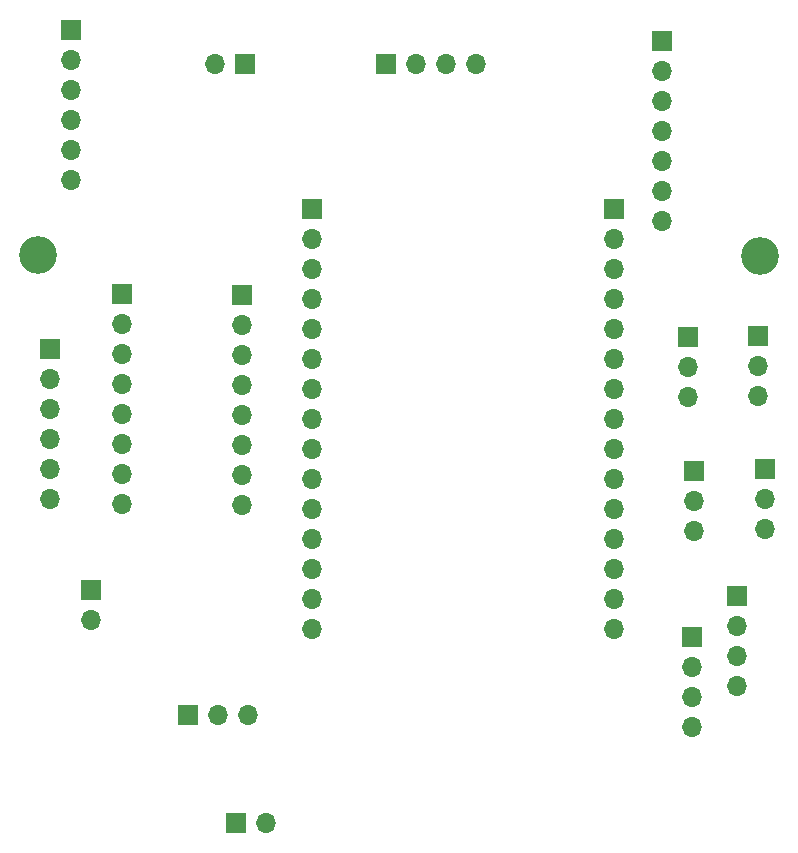
<source format=gts>
%TF.GenerationSoftware,KiCad,Pcbnew,8.0.6*%
%TF.CreationDate,2025-01-23T10:29:06+01:00*%
%TF.ProjectId,Pcb pami 2025,50636220-7061-46d6-9920-323032352e6b,rev?*%
%TF.SameCoordinates,Original*%
%TF.FileFunction,Soldermask,Top*%
%TF.FilePolarity,Negative*%
%FSLAX46Y46*%
G04 Gerber Fmt 4.6, Leading zero omitted, Abs format (unit mm)*
G04 Created by KiCad (PCBNEW 8.0.6) date 2025-01-23 10:29:06*
%MOMM*%
%LPD*%
G01*
G04 APERTURE LIST*
%ADD10C,3.200000*%
%ADD11R,1.700000X1.700000*%
%ADD12O,1.700000X1.700000*%
G04 APERTURE END LIST*
D10*
%TO.C,H1*%
X74380000Y-46130000D03*
%TD*%
D11*
%TO.C,J10*%
X129760000Y-78470000D03*
D12*
X129760000Y-81010000D03*
X129760000Y-83550000D03*
X129760000Y-86090000D03*
%TD*%
%TO.C,U1*%
X97622000Y-77781200D03*
X97622000Y-75241200D03*
X97622000Y-72701200D03*
X97622000Y-70161200D03*
X97622000Y-67621200D03*
X97622000Y-65081200D03*
X97622000Y-62541200D03*
X97622000Y-60001200D03*
X97622000Y-57461200D03*
X97622000Y-54921200D03*
X97622000Y-52381200D03*
X97622000Y-49841200D03*
X97622000Y-47301200D03*
X97622000Y-44761200D03*
D11*
X97622000Y-42221200D03*
D12*
X123122000Y-77781200D03*
X123122000Y-75241200D03*
X123122000Y-72701200D03*
X123122000Y-70161200D03*
X123122000Y-67621200D03*
X123122000Y-65081200D03*
X123122000Y-62541200D03*
X123122000Y-60001200D03*
X123122000Y-57461200D03*
X123122000Y-54921200D03*
X123122000Y-52381200D03*
X123122000Y-49841200D03*
X123122000Y-47301200D03*
X123122000Y-44761200D03*
D11*
X123122000Y-42221200D03*
%TD*%
%TO.C,J8*%
X77200000Y-27110000D03*
D12*
X77200000Y-29650000D03*
X77200000Y-32190000D03*
X77200000Y-34730000D03*
X77200000Y-37270000D03*
X77200000Y-39810000D03*
%TD*%
D11*
%TO.C,J4*%
X133550000Y-74970000D03*
D12*
X133550000Y-77510000D03*
X133550000Y-80050000D03*
X133550000Y-82590000D03*
%TD*%
D11*
%TO.C,J14*%
X103850000Y-29950000D03*
D12*
X106390000Y-29950000D03*
X108930000Y-29950000D03*
X111470000Y-29950000D03*
%TD*%
D11*
%TO.C,J12*%
X135350000Y-53020000D03*
D12*
X135350000Y-55560000D03*
X135350000Y-58100000D03*
%TD*%
D11*
%TO.C,J11*%
X127220000Y-28010000D03*
D12*
X127220000Y-30550000D03*
X127220000Y-33090000D03*
X127220000Y-35630000D03*
X127220000Y-38170000D03*
X127220000Y-40710000D03*
X127220000Y-43250000D03*
%TD*%
D11*
%TO.C,J1*%
X129970000Y-64400000D03*
D12*
X129970000Y-66940000D03*
X129970000Y-69480000D03*
%TD*%
D11*
%TO.C,J6*%
X87084000Y-85052000D03*
D12*
X89624000Y-85052000D03*
X92164000Y-85052000D03*
%TD*%
D10*
%TO.C,H3*%
X135540000Y-46210000D03*
%TD*%
D11*
%TO.C,J7*%
X91915000Y-29934000D03*
D12*
X89375000Y-29934000D03*
%TD*%
D11*
%TO.C,J5*%
X91148000Y-94196000D03*
D12*
X93688000Y-94196000D03*
%TD*%
D11*
%TO.C,J13*%
X78850000Y-74505000D03*
D12*
X78850000Y-77045000D03*
%TD*%
D11*
%TO.C,J2*%
X129420000Y-53050000D03*
D12*
X129420000Y-55590000D03*
X129420000Y-58130000D03*
%TD*%
D11*
%TO.C,U2*%
X81486000Y-49442000D03*
D12*
X81486000Y-51982000D03*
X81486000Y-54522000D03*
X81486000Y-57062000D03*
X81486000Y-59602000D03*
X81486000Y-62142000D03*
X81486000Y-64682000D03*
X81486000Y-67222000D03*
D11*
X91666000Y-49492000D03*
D12*
X91666000Y-52032000D03*
X91666000Y-54572000D03*
X91666000Y-57112000D03*
X91666000Y-59652000D03*
X91666000Y-62192000D03*
X91666000Y-64732000D03*
X91666000Y-67272000D03*
%TD*%
D11*
%TO.C,J3*%
X135980000Y-64290000D03*
D12*
X135980000Y-66830000D03*
X135980000Y-69370000D03*
%TD*%
D11*
%TO.C,J9*%
X75400000Y-54064000D03*
D12*
X75400000Y-56604000D03*
X75400000Y-59144000D03*
X75400000Y-61684000D03*
X75400000Y-64224000D03*
X75400000Y-66764000D03*
%TD*%
M02*

</source>
